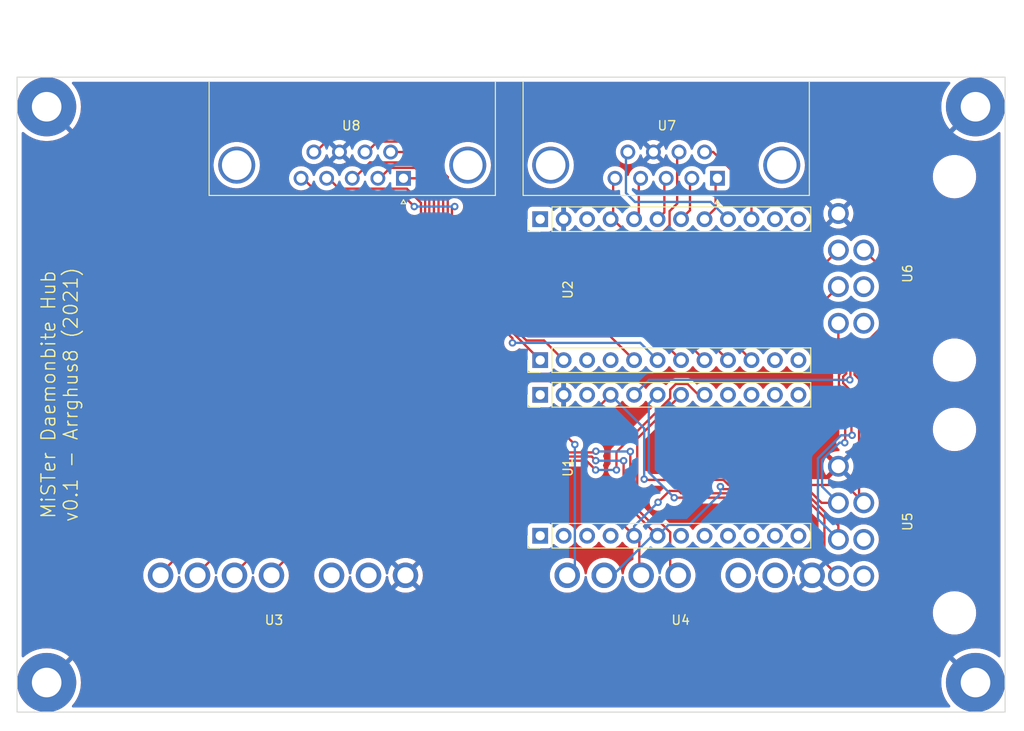
<source format=kicad_pcb>
(kicad_pcb (version 20210228) (generator pcbnew)
  (layers (0 "F.Cu" signal) (31 "B.Cu" signal) (34 "B.Paste" user) (35 "F.Paste" user) (36 "B.SilkS" user "B.Silkscreen") (37 "F.SilkS" user "F.Silkscreen") (38 "B.Mask" user) (39 "F.Mask" user) (44 "Edge.Cuts" user))
  (net 0 "")
  (net 17 "Net-(U2-Pad6)")
  (net 18 "Net-(U2-Pad5)")
  (net 25 "/SNES_D1")
  (net 26 "/SNES_D2")
  (net 27 "/NES_D1")
  (net 28 "/NES_D2")
  (net 29 "/(S)NES_VCC")
  (net 30 "/(S)NES_CLOCK")
  (net 31 "/(S)NES_LATCH")
  (net 36 "Net-(U2-Pad17)")
  (net 37 "Net-(U2-Pad20)")
  (net 38 "Net-(U2-Pad19)")
  (net 39 "Net-(U2-Pad15)")
  (net 41 "Net-(U2-Pad21)")
  (net 43 "Net-(U2-Pad18)")
  (net 44 "Net-(U2-Pad16)")
  (net 47 "Net-(U2-Pad10)")
  (net 48 "Net-(U2-Pad9)")
  (net 49 "Net-(U2-Pad8)")
  (net 50 "Net-(U2-Pad7)")
  (net 53 "Net-(U2-Pad2)")
  (net 54 "Net-(U2-Pad1)")
  (net 55 "GND")
  (footprint "daemonbite:SNES_port" (layer "F.Cu") (at 95.925 133.9)
    (fp_text reference "U3" (at 12.275 4.85) (layer "F.SilkS"))
    (fp_text value "SNES_port")
    (pad "1" thru_hole circle (at 0 0) (size 2.75 2.75) (drill 1.75) (layers *.Cu *.Mask) (net 29 "/(S)NES_VCC"))
    (pad "2" thru_hole circle (at 4 0) (size 2.75 2.75) (drill 1.75) (layers *.Cu *.Mask) (net 30 "/(S)NES_CLOCK"))
    (pad "3" thru_hole circle (at 8 0) (size 2.75 2.75) (drill 1.75) (layers *.Cu *.Mask) (net 31 "/(S)NES_LATCH"))
    (pad "4" thru_hole circle (at 12 0) (size 2.75 2.75) (drill 1.75) (layers *.Cu *.Mask) (net 25 "/SNES_D1"))
    (pad "5" thru_hole circle (at 18.5 0) (size 2.75 2.75) (drill 1.75) (layers *.Cu *.Mask))
    (pad "6" thru_hole circle (at 22.5 0) (size 2.75 2.75) (drill 1.75) (layers *.Cu *.Mask))
    (pad "7" thru_hole circle (at 26.5 0) (size 2.75 2.75) (drill 1.75) (layers *.Cu *.Mask) (net 55 "GND"))
  )
  (footprint "daemonbite:NES_port" (layer "F.Cu") (at 169.26 94.75 -90)
    (fp_text reference "U6" (at 6.5 -7.49 90) (layer "F.SilkS"))
    (fp_text value "NES_port")
    (pad "" np_thru_hole circle (at 15.865 -12.565 270) (size 3.683 3.683) (drill 3.683) (layers *.Cu *.Mask))
    (pad "" np_thru_hole circle (at -3.985 -12.565 270) (size 3.683 3.683) (drill 3.683) (layers *.Cu *.Mask))
    (pad "1" thru_hole circle (at 3.96 -2.75 270) (size 2.25 2.25) (drill 1.5) (layers *.Cu *.Mask) (net 29 "/(S)NES_VCC"))
    (pad "2" thru_hole circle (at 3.96 0 270) (size 2.25 2.25) (drill 1.5) (layers *.Cu *.Mask) (net 30 "/(S)NES_CLOCK"))
    (pad "3" thru_hole circle (at 7.92 0 270) (size 2.25 2.25) (drill 1.5) (layers *.Cu *.Mask) (net 31 "/(S)NES_LATCH"))
    (pad "4" thru_hole circle (at 11.88 0 270) (size 2.25 2.25) (drill 1.5) (layers *.Cu *.Mask) (net 28 "/NES_D2"))
    (pad "5" thru_hole circle (at 11.88 -2.75 270) (size 2.25 2.25) (drill 1.5) (layers *.Cu *.Mask))
    (pad "6" thru_hole circle (at 7.92 -2.75 270) (size 2.25 2.25) (drill 1.5) (layers *.Cu *.Mask))
    (pad "7" thru_hole circle (at 0 0 270) (size 2.25 2.25) (drill 1.5) (layers *.Cu *.Mask) (net 55 "GND"))
  )
  (footprint "daemonbite:NES_port" (layer "F.Cu") (at 169.26 122.1 -90)
    (fp_text reference "U5" (at 6 -7.49 90) (layer "F.SilkS"))
    (fp_text value "NES_port")
    (pad "" np_thru_hole circle (at -3.985 -12.565 270) (size 3.683 3.683) (drill 3.683) (layers *.Cu *.Mask))
    (pad "" np_thru_hole circle (at 15.865 -12.565 270) (size 3.683 3.683) (drill 3.683) (layers *.Cu *.Mask))
    (pad "1" thru_hole circle (at 3.96 -2.75 270) (size 2.25 2.25) (drill 1.5) (layers *.Cu *.Mask) (net 29 "/(S)NES_VCC"))
    (pad "2" thru_hole circle (at 3.96 0 270) (size 2.25 2.25) (drill 1.5) (layers *.Cu *.Mask) (net 30 "/(S)NES_CLOCK"))
    (pad "3" thru_hole circle (at 7.92 0 270) (size 2.25 2.25) (drill 1.5) (layers *.Cu *.Mask) (net 31 "/(S)NES_LATCH"))
    (pad "4" thru_hole circle (at 11.88 0 270) (size 2.25 2.25) (drill 1.5) (layers *.Cu *.Mask) (net 27 "/NES_D1"))
    (pad "5" thru_hole circle (at 11.88 -2.75 270) (size 2.25 2.25) (drill 1.5) (layers *.Cu *.Mask))
    (pad "6" thru_hole circle (at 7.92 -2.75 270) (size 2.25 2.25) (drill 1.5) (layers *.Cu *.Mask))
    (pad "7" thru_hole circle (at 0 0 270) (size 2.25 2.25) (drill 1.5) (layers *.Cu *.Mask) (net 55 "GND"))
  )
  (footprint "daemonbite:ATmega32U4" (layer "F.Cu") (at 137 122 90)
    (fp_text reference "U1" (at -0.25 3 90) (layer "F.SilkS"))
    (fp_text value "ATmega32u4")
    (fp_line (start 6.3 1.27) (end 6.3 29.27) (layer "F.SilkS") (width 0.12))
    (fp_line (start -8.95 1.27) (end -8.95 29.27) (layer "F.SilkS") (width 0.12))
    (fp_line (start 8.96 1.27) (end 8.96 29.27) (layer "F.SilkS") (width 0.12))
    (fp_line (start -8.95 1.27) (end -6.29 1.27) (layer "F.SilkS") (width 0.12))
    (fp_line (start -6.29 1.27) (end -6.29 29.27) (layer "F.SilkS") (width 0.12))
    (fp_line (start -8.95 29.27) (end -6.29 29.27) (layer "F.SilkS") (width 0.12))
    (fp_line (start 6.3 1.27) (end 8.96 1.27) (layer "F.SilkS") (width 0.12))
    (fp_line (start 6.3 0) (end 6.3 -1.33) (layer "F.SilkS") (width 0.12))
    (fp_line (start -8.95 0) (end -8.95 -1.33) (layer "F.SilkS") (width 0.12))
    (fp_line (start 6.3 -1.33) (end 7.63 -1.33) (layer "F.SilkS") (width 0.12))
    (fp_line (start -8.95 -1.33) (end -7.62 -1.33) (layer "F.SilkS") (width 0.12))
    (fp_line (start 6.3 29.27) (end 8.96 29.27) (layer "F.SilkS") (width 0.12))
    (pad "1" thru_hole rect (at -7.62 0 90) (size 1.7 1.7) (drill 1) (layers *.Cu *.Mask))
    (pad "2" thru_hole oval (at -7.62 2.54 90) (size 1.7 1.7) (drill 1) (layers *.Cu *.Mask))
    (pad "3" thru_hole oval (at -7.62 5.08 90) (size 1.7 1.7) (drill 1) (layers *.Cu *.Mask))
    (pad "4" thru_hole oval (at -7.62 7.62 90) (size 1.7 1.7) (drill 1) (layers *.Cu *.Mask))
    (pad "5" thru_hole oval (at -7.62 10.16 90) (size 1.7 1.7) (drill 1) (layers *.Cu *.Mask) (net 31 "/(S)NES_LATCH"))
    (pad "6" thru_hole oval (at -7.62 12.7 90) (size 1.7 1.7) (drill 1) (layers *.Cu *.Mask) (net 30 "/(S)NES_CLOCK"))
    (pad "7" thru_hole oval (at -7.62 15.24 90) (size 1.7 1.7) (drill 1) (layers *.Cu *.Mask))
    (pad "8" thru_hole oval (at -7.62 17.78 90) (size 1.7 1.7) (drill 1) (layers *.Cu *.Mask))
    (pad "9" thru_hole oval (at -7.62 20.32 90) (size 1.7 1.7) (drill 1) (layers *.Cu *.Mask))
    (pad "10" thru_hole oval (at -7.62 22.86 90) (size 1.7 1.7) (drill 1) (layers *.Cu *.Mask))
    (pad "11" thru_hole oval (at -7.62 25.4 90) (size 1.7 1.7) (drill 1) (layers *.Cu *.Mask))
    (pad "12" thru_hole oval (at -7.62 27.94 90) (size 1.7 1.7) (drill 1) (layers *.Cu *.Mask))
    (pad "13" thru_hole oval (at 7.63 27.94 90) (size 1.7 1.7) (drill 1) (layers *.Cu *.Mask))
    (pad "14" thru_hole oval (at 7.63 25.4 90) (size 1.7 1.7) (drill 1) (layers *.Cu *.Mask))
    (pad "15" thru_hole oval (at 7.63 22.86 90) (size 1.7 1.7) (drill 1) (layers *.Cu *.Mask))
    (pad "16" thru_hole oval (at 7.63 20.32 90) (size 1.7 1.7) (drill 1) (layers *.Cu *.Mask))
    (pad "17" thru_hole oval (at 7.63 17.78 90) (size 1.7 1.7) (drill 1) (layers *.Cu *.Mask) (net 25 "/SNES_D1"))
    (pad "18" thru_hole oval (at 7.63 15.24 90) (size 1.7 1.7) (drill 1) (layers *.Cu *.Mask) (net 26 "/SNES_D2"))
    (pad "19" thru_hole oval (at 7.63 12.7 90) (size 1.7 1.7) (drill 1) (layers *.Cu *.Mask) (net 27 "/NES_D1"))
    (pad "20" thru_hole oval (at 7.63 10.16 90) (size 1.7 1.7) (drill 1) (layers *.Cu *.Mask) (net 28 "/NES_D2"))
    (pad "21" thru_hole oval (at 7.63 7.62 90) (size 1.7 1.7) (drill 1) (layers *.Cu *.Mask) (net 29 "/(S)NES_VCC"))
    (pad "22" thru_hole oval (at 7.63 5.08 90) (size 1.7 1.7) (drill 1) (layers *.Cu *.Mask))
    (pad "23" thru_hole oval (at 7.63 2.54 90) (size 1.7 1.7) (drill 1) (layers *.Cu *.Mask) (net 55 "GND"))
    (pad "24" thru_hole rect (at 7.63 0 90) (size 1.7 1.7) (drill 1) (layers *.Cu *.Mask))
  )
  (footprint "daemonbite:ATmega32U4" (layer "F.Cu") (at 137 103 90)
    (fp_text reference "U2" (at 0 3 90) (layer "F.SilkS"))
    (fp_text value "ATmega32u4")
    (fp_line (start -8.95 1.27) (end -8.95 29.27) (layer "F.SilkS") (width 0.12))
    (fp_line (start -8.95 1.27) (end -6.29 1.27) (layer "F.SilkS") (width 0.12))
    (fp_line (start -8.95 29.27) (end -6.29 29.27) (layer "F.SilkS") (width 0.12))
    (fp_line (start 6.3 0) (end 6.3 -1.33) (layer "F.SilkS") (width 0.12))
    (fp_line (start -6.29 1.27) (end -6.29 29.27) (layer "F.SilkS") (width 0.12))
    (fp_line (start 6.3 -1.33) (end 7.63 -1.33) (layer "F.SilkS") (width 0.12))
    (fp_line (start 6.3 1.27) (end 6.3 29.27) (layer "F.SilkS") (width 0.12))
    (fp_line (start 8.96 1.27) (end 8.96 29.27) (layer "F.SilkS") (width 0.12))
    (fp_line (start 6.3 1.27) (end 8.96 1.27) (layer "F.SilkS") (width 0.12))
    (fp_line (start -8.95 0) (end -8.95 -1.33) (layer "F.SilkS") (width 0.12))
    (fp_line (start -8.95 -1.33) (end -7.62 -1.33) (layer "F.SilkS") (width 0.12))
    (fp_line (start 6.3 29.27) (end 8.96 29.27) (layer "F.SilkS") (width 0.12))
    (pad "1" thru_hole rect (at -7.62 0 90) (size 1.7 1.7) (drill 1) (layers *.Cu *.Mask) (net 54 "Net-(U2-Pad1)"))
    (pad "2" thru_hole oval (at -7.62 2.54 90) (size 1.7 1.7) (drill 1) (layers *.Cu *.Mask) (net 53 "Net-(U2-Pad2)"))
    (pad "3" thru_hole oval (at -7.62 5.08 90) (size 1.7 1.7) (drill 1) (layers *.Cu *.Mask))
    (pad "4" thru_hole oval (at -7.62 7.62 90) (size 1.7 1.7) (drill 1) (layers *.Cu *.Mask))
    (pad "5" thru_hole oval (at -7.62 10.16 90) (size 1.7 1.7) (drill 1) (layers *.Cu *.Mask) (net 18 "Net-(U2-Pad5)"))
    (pad "6" thru_hole oval (at -7.62 12.7 90) (size 1.7 1.7) (drill 1) (layers *.Cu *.Mask) (net 17 "Net-(U2-Pad6)"))
    (pad "7" thru_hole oval (at -7.62 15.24 90) (size 1.7 1.7) (drill 1) (layers *.Cu *.Mask) (net 50 "Net-(U2-Pad7)"))
    (pad "8" thru_hole oval (at -7.62 17.78 90) (size 1.7 1.7) (drill 1) (layers *.Cu *.Mask) (net 49 "Net-(U2-Pad8)"))
    (pad "9" thru_hole oval (at -7.62 20.32 90) (size 1.7 1.7) (drill 1) (layers *.Cu *.Mask) (net 48 "Net-(U2-Pad9)"))
    (pad "10" thru_hole oval (at -7.62 22.86 90) (size 1.7 1.7) (drill 1) (layers *.Cu *.Mask) (net 47 "Net-(U2-Pad10)"))
    (pad "11" thru_hole oval (at -7.62 25.4 90) (size 1.7 1.7) (drill 1) (layers *.Cu *.Mask))
    (pad "12" thru_hole oval (at -7.62 27.94 90) (size 1.7 1.7) (drill 1) (layers *.Cu *.Mask))
    (pad "13" thru_hole oval (at 7.63 27.94 90) (size 1.7 1.7) (drill 1) (layers *.Cu *.Mask))
    (pad "14" thru_hole oval (at 7.63 25.4 90) (size 1.7 1.7) (drill 1) (layers *.Cu *.Mask))
    (pad "15" thru_hole oval (at 7.63 22.86 90) (size 1.7 1.7) (drill 1) (layers *.Cu *.Mask) (net 39 "Net-(U2-Pad15)"))
    (pad "16" thru_hole oval (at 7.63 20.32 90) (size 1.7 1.7) (drill 1) (layers *.Cu *.Mask) (net 44 "Net-(U2-Pad16)"))
    (pad "17" thru_hole oval (at 7.63 17.78 90) (size 1.7 1.7) (drill 1) (layers *.Cu *.Mask) (net 36 "Net-(U2-Pad17)"))
    (pad "18" thru_hole oval (at 7.63 15.24 90) (size 1.7 1.7) (drill 1) (layers *.Cu *.Mask) (net 43 "Net-(U2-Pad18)"))
    (pad "19" thru_hole oval (at 7.63 12.7 90) (size 1.7 1.7) (drill 1) (layers *.Cu *.Mask) (net 38 "Net-(U2-Pad19)"))
    (pad "20" thru_hole oval (at 7.63 10.16 90) (size 1.7 1.7) (drill 1) (layers *.Cu *.Mask) (net 37 "Net-(U2-Pad20)"))
    (pad "21" thru_hole oval (at 7.63 7.62 90) (size 1.7 1.7) (drill 1) (layers *.Cu *.Mask) (net 41 "Net-(U2-Pad21)"))
    (pad "22" thru_hole oval (at 7.63 5.08 90) (size 1.7 1.7) (drill 1) (layers *.Cu *.Mask))
    (pad "23" thru_hole oval (at 7.63 2.54 90) (size 1.7 1.7) (drill 1) (layers *.Cu *.Mask) (net 55 "GND"))
    (pad "24" thru_hole rect (at 7.63 0 90) (size 1.7 1.7) (drill 1) (layers *.Cu *.Mask))
  )
  (footprint "daemonbite:DSUB-9_Male_Horizontal_P2.77x2.84mm_EdgePinOffset7.70mm_Housed_MountingHolesOffset9.12mm" (layer "F.Cu") (at 122.205 90.94 180)
    (fp_text reference "U8" (at 5.655 5.69) (layer "F.SilkS"))
    (fp_text value "MD_port")
    (fp_line (start -9.945 10.48) (end -9.945 -1.86) (layer "F.SilkS") (width 0.12))
    (fp_line (start 0 -2.321325) (end -0.25 -2.754338) (layer "F.SilkS") (width 0.12))
    (fp_line (start -0.25 -2.754338) (end 0.25 -2.754338) (layer "F.SilkS") (width 0.12))
    (fp_line (start 0.25 -2.754338) (end 0 -2.321325) (layer "F.SilkS") (width 0.12))
    (fp_line (start 21.025 -1.86) (end 21.025 10.48) (layer "F.SilkS") (width 0.12))
    (fp_line (start -9.945 -1.86) (end 21.025 -1.86) (layer "F.SilkS") (width 0.12))
    (pad "0" thru_hole circle (at -6.96 1.42 180) (size 4 4) (drill 3.2) (layers *.Cu *.Mask))
    (pad "0" thru_hole circle (at 18.04 1.42 180) (size 4 4) (drill 3.2) (layers *.Cu *.Mask))
    (pad "1" thru_hole rect (at 0 0 180) (size 1.6 1.6) (drill 1) (layers *.Cu *.Mask) (net 54 "Net-(U2-Pad1)"))
    (pad "2" thru_hole circle (at 2.77 0 180) (size 1.6 1.6) (drill 1) (layers *.Cu *.Mask) (net 53 "Net-(U2-Pad2)"))
    (pad "3" thru_hole circle (at 5.54 0 180) (size 1.6 1.6) (drill 1) (layers *.Cu *.Mask) (net 18 "Net-(U2-Pad5)"))
    (pad "4" thru_hole circle (at 8.31 0 180) (size 1.6 1.6) (drill 1) (layers *.Cu *.Mask) (net 17 "Net-(U2-Pad6)"))
    (pad "5" thru_hole circle (at 11.08 0 180) (size 1.6 1.6) (drill 1) (layers *.Cu *.Mask) (net 41 "Net-(U2-Pad21)"))
    (pad "6" thru_hole circle (at 1.385 2.84 180) (size 1.6 1.6) (drill 1) (layers *.Cu *.Mask) (net 50 "Net-(U2-Pad7)"))
    (pad "7" thru_hole circle (at 4.155 2.84 180) (size 1.6 1.6) (drill 1) (layers *.Cu *.Mask) (net 49 "Net-(U2-Pad8)"))
    (pad "8" thru_hole circle (at 6.925 2.84 180) (size 1.6 1.6) (drill 1) (layers *.Cu *.Mask) (net 55 "GND"))
    (pad "9" thru_hole circle (at 9.695 2.84 180) (size 1.6 1.6) (drill 1) (layers *.Cu *.Mask) (net 48 "Net-(U2-Pad9)"))
  )
  (footprint "daemonbite:DSUB-9_Male_Horizontal_P2.77x2.84mm_EdgePinOffset7.70mm_Housed_MountingHolesOffset9.12mm" (layer "F.Cu") (at 156.175 90.94 180)
    (fp_text reference "U7" (at 5.475 5.69) (layer "F.SilkS"))
    (fp_text value "MD_port")
    (fp_line (start 0 -2.321325) (end -0.25 -2.754338) (layer "F.SilkS") (width 0.12))
    (fp_line (start -9.945 10.48) (end -9.945 -1.86) (layer "F.SilkS") (width 0.12))
    (fp_line (start 0.25 -2.754338) (end 0 -2.321325) (layer "F.SilkS") (width 0.12))
    (fp_line (start 21.025 -1.86) (end 21.025 10.48) (layer "F.SilkS") (width 0.12))
    (fp_line (start -9.945 -1.86) (end 21.025 -1.86) (layer "F.SilkS") (width 0.12))
    (fp_line (start -0.25 -2.754338) (end 0.25 -2.754338) (layer "F.SilkS") (width 0.12))
    (pad "0" thru_hole circle (at -6.96 1.42 180) (size 4 4) (drill 3.2) (layers *.Cu *.Mask))
    (pad "0" thru_hole circle (at 18.04 1.42 180) (size 4 4) (drill 3.2) (layers *.Cu *.Mask))
    (pad "1" thru_hole rect (at 0 0 180) (size 1.6 1.6) (drill 1) (layers *.Cu *.Mask) (net 36 "Net-(U2-Pad17)"))
    (pad "2" thru_hole circle (at 2.77 0 180) (size 1.6 1.6) (drill 1) (layers *.Cu *.Mask) (net 43 "Net-(U2-Pad18)"))
    (pad "3" thru_hole circle (at 5.54 0 180) (size 1.6 1.6) (drill 1) (layers *.Cu *.Mask) (net 38 "Net-(U2-Pad19)"))
    (pad "4" thru_hole circle (at 8.31 0 180) (size 1.6 1.6) (drill 1) (layers *.Cu *.Mask) (net 37 "Net-(U2-Pad20)"))
    (pad "5" thru_hole circle (at 11.08 0 180) (size 1.6 1.6) (drill 1) (layers *.Cu *.Mask) (net 41 "Net-(U2-Pad21)"))
    (pad "6" thru_hole circle (at 1.385 2.84 180) (size 1.6 1.6) (drill 1) (layers *.Cu *.Mask) (net 39 "Net-(U2-Pad15)"))
    (pad "7" thru_hole circle (at 4.155 2.84 180) (size 1.6 1.6) (drill 1) (layers *.Cu *.Mask) (net 47 "Net-(U2-Pad10)"))
    (pad "8" thru_hole circle (at 6.925 2.84 180) (size 1.6 1.6) (drill 1) (layers *.Cu *.Mask) (net 55 "GND"))
    (pad "9" thru_hole circle (at 9.695 2.84 180) (size 1.6 1.6) (drill 1) (layers *.Cu *.Mask) (net 44 "Net-(U2-Pad16)"))
  )
  (footprint "MountingHole:MountingHole_3.2mm_M3_Pad" (layer "F.Cu") (at 184.1 145.5)
    (fp_text reference "J1" hide)
    (fp_text value "Conn_01x01")
    (pad "1" thru_hole circle (at 0 0) (size 6.4 6.4) (drill 3.2) (layers *.Cu *.Mask) (net 55 "GND"))
  )
  (footprint "MountingHole:MountingHole_3.2mm_M3_Pad" (layer "F.Cu") (at 83.6 145.5)
    (fp_text reference "J2" hide)
    (fp_text value "Conn_01x01")
    (pad "1" thru_hole circle (at 0 0) (size 6.4 6.4) (drill 3.2) (layers *.Cu *.Mask) (net 55 "GND"))
  )
  (footprint "MountingHole:MountingHole_3.2mm_M3_Pad" (layer "F.Cu") (at 184.1 83.2)
    (fp_text reference "J3" hide)
    (fp_text value "Conn_01x01")
    (pad "1" thru_hole circle (at 0 0) (size 6.4 6.4) (drill 3.2) (layers *.Cu *.Mask) (net 55 "GND"))
  )
  (footprint "MountingHole:MountingHole_3.2mm_M3_Pad" (layer "F.Cu") (at 83.6 83.2 -90)
    (fp_text reference "J4" hide)
    (fp_text value "Conn_01x01")
    (pad "1" thru_hole circle (at 0 0 270) (size 6.4 6.4) (drill 3.2) (layers *.Cu *.Mask) (net 55 "GND"))
  )
  (footprint "daemonbite:SNES_port" (layer "F.Cu") (at 139.925 133.9)
    (fp_text reference "U4" (at 12.275 4.85) (layer "F.SilkS"))
    (fp_text value "SNES_port")
    (pad "1" thru_hole circle (at 0 0) (size 2.75 2.75) (drill 1.75) (layers *.Cu *.Mask) (net 29 "/(S)NES_VCC"))
    (pad "2" thru_hole circle (at 4 0) (size 2.75 2.75) (drill 1.75) (layers *.Cu *.Mask) (net 30 "/(S)NES_CLOCK"))
    (pad "3" thru_hole circle (at 8 0) (size 2.75 2.75) (drill 1.75) (layers *.Cu *.Mask) (net 31 "/(S)NES_LATCH"))
    (pad "4" thru_hole circle (at 12 0) (size 2.75 2.75) (drill 1.75) (layers *.Cu *.Mask) (net 26 "/SNES_D2"))
    (pad "5" thru_hole circle (at 18.5 0) (size 2.75 2.75) (drill 1.75) (layers *.Cu *.Mask))
    (pad "6" thru_hole circle (at 22.5 0) (size 2.75 2.75) (drill 1.75) (layers *.Cu *.Mask))
    (pad "7" thru_hole circle (at 26.5 0) (size 2.75 2.75) (drill 1.75) (layers *.Cu *.Mask) (net 55 "GND"))
  )
  (gr_line (start 187.3 148.7) (end 187.3 80) (layer "Edge.Cuts") (width 0.1))
  (gr_line (start 80.4 148.7) (end 187.3 148.7) (layer "Edge.Cuts") (width 0.1))
  (gr_line (start 187.3 80) (end 80.4 80) (layer "Edge.Cuts") (width 0.1))
  (gr_line (start 80.4 148.7) (end 80.4 80) (layer "Edge.Cuts") (width 0.1))
  (gr_text "MiSTer Daemonbite Hub\nv0.1 - Arrghus8 (2021)" (at 85 114.35 90) (layer "F.SilkS") (effects (font (size 1.5 1.5))))
  (segment (start 122.565001 92.065001) (end 124.09998 93.59998) (width 0.25) (layer "F.Cu") (net 17))
  (segment (start 134 108.25641) (end 134 108.75) (width 0.25) (layer "F.Cu") (net 17))
  (segment (start 124.099981 98.356391) (end 134 108.25641) (width 0.25) (layer "F.Cu") (net 17))
  (segment (start 124.09998 93.59998) (end 124.099981 98.356391) (width 0.25) (layer "F.Cu") (net 17))
  (segment (start 114.095 90.94) (end 115.220001 92.065001) (width 0.25) (layer "F.Cu") (net 17))
  (segment (start 115.220001 92.065001) (end 122.565001 92.065001) (width 0.25) (layer "F.Cu") (net 17))
  (via (at 134 108.75) (size 0.8) (drill 0.4) (layers "F.Cu" "B.Cu") (net 17))
  (segment (start 147.83 108.75) (end 149.7 110.62) (width 0.25) (layer "B.Cu") (net 17))
  (segment (start 134 108.75) (end 147.83 108.75) (width 0.25) (layer "B.Cu") (net 17))
  (segment (start 118.579999 89.225001) (end 123.511413 89.225001) (width 0.25) (layer "F.Cu") (net 18))
  (segment (start 116.865 90.94) (end 118.579999 89.225001) (width 0.25) (layer "F.Cu") (net 18))
  (segment (start 123.511413 89.225001) (end 125.5 91.213588) (width 0.25) (layer "F.Cu") (net 18))
  (segment (start 125.5 91.213588) (end 125.5 97.84718) (width 0.25) (layer "F.Cu") (net 18))
  (segment (start 135.694605 108.041785) (end 144.581785 108.041785) (width 0.25) (layer "F.Cu") (net 18))
  (segment (start 125.5 97.84718) (end 135.694605 108.041785) (width 0.25) (layer "F.Cu") (net 18))
  (segment (start 144.581785 108.041785) (end 147.16 110.62) (width 0.25) (layer "F.Cu") (net 18))
  (segment (start 123.72718 121.5) (end 142 121.5) (width 0.25) (layer "F.Cu") (net 25))
  (segment (start 109.375 132.25) (end 112.97718 132.25) (width 0.25) (layer "F.Cu") (net 25))
  (segment (start 107.725 133.9) (end 109.375 132.25) (width 0.25) (layer "F.Cu") (net 25))
  (segment (start 151.064999 114.744003) (end 151.064999 113.805999) (width 0.25) (layer "F.Cu") (net 25))
  (segment (start 151.675999 113.194999) (end 152.944999 113.194999) (width 0.25) (layer "F.Cu") (net 25))
  (segment (start 151.064999 113.805999) (end 151.675999 113.194999) (width 0.25) (layer "F.Cu") (net 25))
  (segment (start 152.944999 113.194999) (end 154.12 114.37) (width 0.25) (layer "F.Cu") (net 25))
  (segment (start 154.12 114.37) (end 154.78 114.37) (width 0.25) (layer "F.Cu") (net 25))
  (segment (start 142 121.5) (end 143 122.5) (width 0.25) (layer "F.Cu") (net 25))
  (segment (start 112.97718 132.25) (end 123.72718 121.5) (width 0.25) (layer "F.Cu") (net 25))
  (segment (start 145.25 122.5) (end 145.25 120.559002) (width 0.25) (layer "F.Cu") (net 25))
  (segment (start 145.25 120.559002) (end 151.064999 114.744003) (width 0.25) (layer "F.Cu") (net 25))
  (via (at 145.25 122.5) (size 0.8) (drill 0.4) (layers "F.Cu" "B.Cu") (net 25))
  (via (at 143 122.5) (size 0.8) (drill 0.4) (layers "F.Cu" "B.Cu") (net 25))
  (segment (start 145.25 122.5) (end 143 122.5) (width 0.25) (layer "B.Cu") (net 25))
  (segment (start 151.064999 129.245997) (end 150.069002 128.25) (width 0.25) (layer "F.Cu") (net 26))
  (segment (start 147.5 126.75) (end 147.5 119.11) (width 0.25) (layer "F.Cu") (net 26))
  (segment (start 147.5 119.11) (end 152.24 114.37) (width 0.25) (layer "F.Cu") (net 26))
  (segment (start 151.064999 133.239999) (end 151.064999 129.245997) (width 0.25) (layer "F.Cu") (net 26))
  (segment (start 151.725 133.9) (end 151.064999 133.239999) (width 0.25) (layer "F.Cu") (net 26))
  (segment (start 149 128.25) (end 147.5 126.75) (width 0.25) (layer "F.Cu") (net 26))
  (segment (start 150.069002 128.25) (end 149 128.25) (width 0.25) (layer "F.Cu") (net 26))
  (segment (start 169.26 133.98) (end 167.75 132.47) (width 0.25) (layer "F.Cu") (net 27))
  (segment (start 167.75 127.63641) (end 165.61359 125.5) (width 0.25) (layer "F.Cu") (net 27))
  (segment (start 165.61359 125.5) (end 151.5 125.5) (width 0.25) (layer "F.Cu") (net 27))
  (segment (start 167.75 132.47) (end 167.75 127.63641) (width 0.25) (layer "F.Cu") (net 27))
  (via (at 151.5 125.5) (size 0.8) (drill 0.4) (layers "F.Cu" "B.Cu") (net 27))
  (segment (start 149.7 114.37) (end 148.75 115.32) (width 0.25) (layer "B.Cu") (net 27))
  (segment (start 148.75 115.32) (end 148.75 122.75) (width 0.25) (layer "B.Cu") (net 27))
  (segment (start 148.75 122.75) (end 151.5 125.5) (width 0.25) (layer "B.Cu") (net 27))
  (segment (start 170.563599 109.563599) (end 170.563599 112.686401) (width 0.25) (layer "F.Cu") (net 28))
  (segment (start 169.26 106.63) (end 169.26 108.26) (width 0.25) (layer "F.Cu") (net 28))
  (segment (start 170.563599 112.686401) (end 170.5 112.75) (width 0.25) (layer "F.Cu") (net 28))
  (segment (start 170.25 109.25) (end 170.563599 109.563599) (width 0.25) (layer "F.Cu") (net 28))
  (segment (start 169.26 108.26) (end 170.25 109.25) (width 0.25) (layer "F.Cu") (net 28))
  (via (at 170.5 112.75) (size 0.8) (drill 0.4) (layers "F.Cu" "B.Cu") (net 28))
  (segment (start 170.5 112.75) (end 148.78 112.75) (width 0.25) (layer "B.Cu") (net 28))
  (segment (start 148.78 112.75) (end 147.16 114.37) (width 0.25) (layer "B.Cu") (net 28))
  (segment (start 174 100.7) (end 174 106.971002) (width 0.25) (layer "F.Cu") (net 29))
  (segment (start 171.5 112.676998) (end 171.5 125.55) (width 0.25) (layer "F.Cu") (net 29))
  (segment (start 138.99 120) (end 143.255001 115.734999) (width 0.25) (layer "F.Cu") (net 29))
  (segment (start 139.995 118.995) (end 138.99 120) (width 0.25) (layer "F.Cu") (net 29))
  (segment (start 143.255001 115.734999) (end 144.62 114.37) (width 0.25) (layer "F.Cu") (net 29))
  (segment (start 172.01 98.71) (end 174 100.7) (width 0.25) (layer "F.Cu") (net 29))
  (segment (start 171.013609 112.190607) (end 171.5 112.676998) (width 0.25) (layer "F.Cu") (net 29))
  (segment (start 123.25 120) (end 138.99 120) (width 0.25) (layer "F.Cu") (net 29))
  (segment (start 174 106.971002) (end 171.013609 109.957393) (width 0.25) (layer "F.Cu") (net 29))
  (segment (start 95.725 133.9) (end 98.875 130.75) (width 0.25) (layer "F.Cu") (net 29))
  (segment (start 148.324998 123.574998) (end 148.25 123.5) (width 0.25) (layer "F.Cu") (net 29))
  (segment (start 171.5 125.55) (end 172.01 126.06) (width 0.25) (layer "F.Cu") (net 29))
  (segment (start 156.824998 123.574998) (end 148.324998 123.574998) (width 0.25) (layer "F.Cu") (net 29))
  (segment (start 171.013609 109.957393) (end 171.013609 112.190607) (width 0.25) (layer "F.Cu") (net 29))
  (segment (start 170.074979 124.124979) (end 157.374979 124.124979) (width 0.25) (layer "F.Cu") (net 29))
  (segment (start 157.374979 124.124979) (end 156.824998 123.574998) (width 0.25) (layer "F.Cu") (net 29))
  (segment (start 140.75 119.75) (end 139.995 118.995) (width 0.25) (layer "F.Cu") (net 29))
  (segment (start 98.875 130.75) (end 112.5 130.75) (width 0.25) (layer "F.Cu") (net 29))
  (segment (start 172.01 126.06) (end 170.074979 124.124979) (width 0.25) (layer "F.Cu") (net 29))
  (segment (start 112.5 130.75) (end 123.25 120) (width 0.25) (layer "F.Cu") (net 29))
  (via (at 140.75 119.75) (size 0.8) (drill 0.4) (layers "F.Cu" "B.Cu") (net 29))
  (via (at 148.25 123.5) (size 0.8) (drill 0.4) (layers "F.Cu" "B.Cu") (net 29))
  (segment (start 148.25 123.5) (end 148.25 118) (width 0.25) (layer "B.Cu") (net 29))
  (segment (start 148.25 118) (end 144.62 114.37) (width 0.25) (layer "B.Cu") (net 29))
  (segment (start 139.725 133.9) (end 140.75 132.875) (width 0.25) (layer "B.Cu") (net 29))
  (segment (start 140.75 132.875) (end 140.75 119.75) (width 0.25) (layer "B.Cu") (net 29))
  (segment (start 142.899389 120.599978) (end 143.024839 120.474528) (width 0.25) (layer "F.Cu") (net 30))
  (segment (start 167 107.5) (end 169.66358 110.16358) (width 0.25) (layer "F.Cu") (net 30))
  (segment (start 156.77499 124.574989) (end 156.5 124.299999) (width 0.25) (layer "F.Cu") (net 30))
  (segment (start 170 114) (end 170 119.503313) (width 0.25) (layer "F.Cu") (net 30))
  (segment (start 169.66358 111.877008) (end 169.324989 112.215599) (width 0.25) (layer "F.Cu") (net 30))
  (segment (start 165.961399 124.574989) (end 156.77499 124.574989) (width 0.25) (layer "F.Cu") (net 30))
  (segment (start 169.324989 113.324989) (end 170 114) (width 0.25) (layer "F.Cu") (net 30))
  (segment (start 146.75 120.5) (end 146.75 126.67) (width 0.25) (layer "F.Cu") (net 30))
  (segment (start 169.324989 112.215599) (end 169.324989 113.324989) (width 0.25) (layer "F.Cu") (net 30))
  (segment (start 169.66358 110.16358) (end 169.66358 111.877008) (width 0.25) (layer "F.Cu") (net 30))
  (segment (start 166.318205 124.931795) (end 165.961399 124.574989) (width 0.25) (layer "F.Cu") (net 30))
  (segment (start 167 100.97) (end 167 107.5) (width 0.25) (layer "F.Cu") (net 30))
  (segment (start 169.26 126.06) (end 167.44641 126.06) (width 0.25) (layer "F.Cu") (net 30))
  (segment (start 167.44641 126.06) (end 166.318205 124.931795) (width 0.25) (layer "F.Cu") (net 30))
  (segment (start 146.75 126.67) (end 149.7 129.62) (width 0.25) (layer "F.Cu") (net 30))
  (segment (start 102.375 131.25) (end 112.704358 131.25) (width 0.25) (layer "F.Cu") (net 30))
  (segment (start 99.725 133.9) (end 102.375 131.25) (width 0.25) (layer "F.Cu") (net 30))
  (segment (start 169.26 98.71) (end 167 100.97) (width 0.25) (layer "F.Cu") (net 30))
  (segment (start 170 119.503313) (end 169.951998 119.551315) (width 0.25) (layer "F.Cu") (net 30))
  (segment (start 112.704358 131.25) (end 123.35438 120.599978) (width 0.25) (layer "F.Cu") (net 30))
  (segment (start 123.35438 120.599978) (end 142.899389 120.599978) (width 0.25) (layer "F.Cu") (net 30))
  (via (at 143.024839 120.474528) (size 0.8) (drill 0.4) (layers "F.Cu" "B.Cu") (net 30))
  (via (at 156.5 124.299999) (size 0.8) (drill 0.4) (layers "F.Cu" "B.Cu") (net 30))
  (via (at 169.951998 119.551315) (size 0.8) (drill 0.4) (layers "F.Cu" "B.Cu") (net 30))
  (via (at 146.75 120.5) (size 0.8) (drill 0.4) (layers "F.Cu" "B.Cu") (net 30))
  (segment (start 167.5 121.434999) (end 167.5 124.3) (width 0.25) (layer "B.Cu") (net 30))
  (segment (start 169.951998 119.551315) (end 169.383684 119.551315) (width 0.25) (layer "B.Cu") (net 30))
  (segment (start 143.725 133.9) (end 144.85 133.9) (width 0.25) (layer "B.Cu") (net 30))
  (segment (start 167.5 124.3) (end 169.26 126.06) (width 0.25) (layer "B.Cu") (net 30))
  (segment (start 156.5 124.299999) (end 156.5 125.073002) (width 0.25) (layer "B.Cu") (net 30))
  (segment (start 146.75 120.5) (end 143.050311 120.5) (width 0.25) (layer "B.Cu") (net 30))
  (segment (start 156.5 125.073002) (end 153.128003 128.444999) (width 0.25) (layer "B.Cu") (net 30))
  (segment (start 150.875001 128.444999) (end 149.7 129.62) (width 0.25) (layer "B.Cu") (net 30))
  (segment (start 144.85 133.9) (end 149.13 129.62) (width 0.25) (layer "B.Cu") (net 30))
  (segment (start 169.383684 119.551315) (end 167.5 121.434999) (width 0.25) (layer "B.Cu") (net 30))
  (segment (start 143.050311 120.5) (end 143.024839 120.474528) (width 0.25) (layer "B.Cu") (net 30))
  (segment (start 153.128003 128.444999) (end 150.875001 128.444999) (width 0.25) (layer "B.Cu") (net 30))
  (segment (start 149.13 129.62) (end 149.7 129.62) (width 0.25) (layer "B.Cu") (net 30))
  (segment (start 170.676998 118.676998) (end 170.75 118.75) (width 0.25) (layer "F.Cu") (net 31))
  (segment (start 142.575309 121.049989) (end 143.01266 121.48734) (width 0.25) (layer "F.Cu") (net 31))
  (segment (start 170.11359 112.063408) (end 169.774999 112.401999) (width 0.25) (layer "F.Cu") (net 31))
  (segment (start 152 124.774998) (end 150.975006 124.774998) (width 0.25) (layer "F.Cu") (net 31))
  (segment (start 169.26 102.67) (end 167.5 104.43) (width 0.25) (layer "F.Cu") (net 31))
  (segment (start 103.725 133.9) (end 105.875 131.75) (width 0.25) (layer "F.Cu") (net 31))
  (segment (start 150.975006 124.774998) (end 149.75 126.000004) (width 0.25) (layer "F.Cu") (net 31))
  (segment (start 112.840769 131.75) (end 123.54078 121.049989) (width 0.25) (layer "F.Cu") (net 31))
  (segment (start 147.725 133.9) (end 147.725 130.185) (width 0.25) (layer "F.Cu") (net 31))
  (segment (start 169.26 130.02) (end 169.26 128.51) (width 0.25) (layer "F.Cu") (net 31))
  (segment (start 170.676998 114) (end 170.676998 118.676998) (width 0.25) (layer "F.Cu") (net 31))
  (segment (start 146.025 128.485) (end 147.16 129.62) (width 0.25) (layer "F.Cu") (net 31))
  (segment (start 167.5 104.43) (end 167.5 107.318205) (width 0.25) (layer "F.Cu") (net 31))
  (segment (start 147.725 130.185) (end 147.16 129.62) (width 0.25) (layer "F.Cu") (net 31))
  (segment (start 167.5 107.318205) (end 170.11359 109.931795) (width 0.25) (layer "F.Cu") (net 31))
  (segment (start 165.774999 125.024999) (end 152.250001 125.024999) (width 0.25) (layer "F.Cu") (net 31))
  (segment (start 169.774999 113.098001) (end 170.676998 114) (width 0.25) (layer "F.Cu") (net 31))
  (segment (start 169.774999 112.401999) (end 169.774999 113.098001) (width 0.25) (layer "F.Cu") (net 31))
  (segment (start 170.11359 109.931795) (end 170.11359 112.063408) (width 0.25) (layer "F.Cu") (net 31))
  (segment (start 152.250001 125.024999) (end 152 124.774998) (width 0.25) (layer "F.Cu") (net 31))
  (segment (start 146.025 121.5) (end 146.025 128.485) (width 0.25) (layer "F.Cu") (net 31))
  (segment (start 105.875 131.75) (end 112.840769 131.75) (width 0.25) (layer "F.Cu") (net 31))
  (segment (start 169.26 128.51) (end 165.774999 125.024999) (width 0.25) (layer "F.Cu") (net 31))
  (segment (start 123.54078 121.049989) (end 142.575309 121.049989) (width 0.25) (layer "F.Cu") (net 31))
  (via (at 146.025 121.5) (size 0.8) (drill 0.4) (layers "F.Cu" "B.Cu") (net 31))
  (via (at 149.75 126.000004) (size 0.8) (drill 0.4) (layers "F.Cu" "B.Cu") (net 31))
  (via (at 170.75 118.75) (size 0.8) (drill 0.4) (layers "F.Cu" "B.Cu") (net 31))
  (via (at 143.01266 121.48734) (size 0.8) (drill 0.4) (layers "F.Cu" "B.Cu") (net 31))
  (segment (start 143.02532 121.5) (end 143.01266 121.48734) (width 0.25) (layer "B.Cu") (net 31))
  (segment (start 170.75 118.75) (end 169.548589 118.75) (width 0.25) (layer "B.Cu") (net 31))
  (segment (start 147.16 128.59) (end 149.749996 126.000004) (width 0.25) (layer "B.Cu") (net 31))
  (segment (start 167.04999 121.248599) (end 167.04999 127.80999) (width 0.25) (layer "B.Cu") (net 31))
  (segment (start 147.16 129.62) (end 147.16 128.59) (width 0.25) (layer "B.Cu") (net 31))
  (segment (start 149.749996 126.000004) (end 149.75 126.000004) (width 0.25) (layer "B.Cu") (net 31))
  (segment (start 146.025 121.5) (end 143.02532 121.5) (width 0.25) (layer "B.Cu") (net 31))
  (segment (start 169.548589 118.75) (end 167.04999 121.248599) (width 0.25) (layer "B.Cu") (net 31))
  (segment (start 167.04999 127.80999) (end 169.26 130.02) (width 0.25) (layer "B.Cu") (net 31))
  (segment (start 155.975 94.175) (end 154.78 95.37) (width 0.25) (layer "F.Cu") (net 36))
  (segment (start 155.975 90.94) (end 155.975 94.175) (width 0.25) (layer "F.Cu") (net 36))
  (segment (start 147.665 94.865) (end 147.16 95.37) (width 0.25) (layer "F.Cu") (net 37))
  (segment (start 147.665 90.94) (end 147.665 94.865) (width 0.25) (layer "F.Cu") (net 37))
  (segment (start 150.435 90.94) (end 150.435 94.635) (width 0.25) (layer "F.Cu") (net 38))
  (segment (start 150.435 94.635) (end 149.7 95.37) (width 0.25) (layer "F.Cu") (net 38))
  (segment (start 155.72137 88.1) (end 159.86 92.23863) (width 0.25) (layer "F.Cu") (net 39))
  (segment (start 159.86 92.23863) (end 159.86 95.37) (width 0.25) (layer "F.Cu") (net 39))
  (segment (start 154.59 88.1) (end 155.72137 88.1) (width 0.25) (layer "F.Cu") (net 39))
  (segment (start 147.5 98) (end 144.87 95.37) (width 0.25) (layer "F.Cu") (net 41))
  (segment (start 144.87 95.37) (end 144.62 95.37) (width 0.25) (layer "F.Cu") (net 41))
  (segment (start 144.895 95.095) (end 144.62 95.37) (width 0.25) (layer "F.Cu") (net 41))
  (segment (start 127.45001 97.25155) (end 136.34843 106.14997) (width 0.25) (layer "F.Cu") (net 41))
  (segment (start 127.5 94) (end 127.45001 94.04999) (width 0.25) (layer "F.Cu") (net 41))
  (segment (start 147.5 105.75) (end 147.5 98) (width 0.25) (layer "F.Cu") (net 41))
  (segment (start 112.900011 92.515011) (end 121.889991 92.515011) (width 0.25) (layer "F.Cu") (net 41))
  (segment (start 121.889991 92.515011) (end 123.37498 94) (width 0.25) (layer "F.Cu") (net 41))
  (segment (start 111.325 90.94) (end 112.900011 92.515011) (width 0.25) (layer "F.Cu") (net 41))
  (segment (start 127.75 94) (end 127.5 94) (width 0.25) (layer "F.Cu") (net 41))
  (segment (start 127.45001 94.04999) (end 127.45001 97.25155) (width 0.25) (layer "F.Cu") (net 41))
  (segment (start 147.10003 106.14997) (end 147.5 105.75) (width 0.25) (layer "F.Cu") (net 41))
  (segment (start 136.34843 106.14997) (end 147.10003 106.14997) (width 0.25) (layer "F.Cu") (net 41))
  (segment (start 144.895 90.94) (end 144.895 95.095) (width 0.25) (layer "F.Cu") (net 41))
  (via (at 123.37498 94) (size 0.8) (drill 0.4) (layers "F.Cu" "B.Cu") (net 41))
  (via (at 127.75 94) (size 0.8) (drill 0.4) (layers "F.Cu" "B.Cu") (net 41))
  (segment (start 123.37498 94) (end 127.75 94) (width 0.25) (layer "B.Cu") (net 41))
  (segment (start 153.205 90.94) (end 153.205 94.405) (width 0.25) (layer "F.Cu") (net 43))
  (segment (start 153.205 94.405) (end 152.24 95.37) (width 0.25) (layer "F.Cu") (net 43))
  (segment (start 147.25 93.5) (end 155.45 93.5) (width 0.25) (layer "B.Cu") (net 44))
  (segment (start 146.28 88.1) (end 146.28 92.53) (width 0.25) (layer "B.Cu") (net 44))
  (segment (start 155.45 93.5) (end 157.32 95.37) (width 0.25) (layer "B.Cu") (net 44))
  (segment (start 146.28 92.53) (end 147.25 93.5) (width 0.25) (layer "B.Cu") (net 44))
  (segment (start 151.82 88.1) (end 151.82 93.68) (width 0.25) (layer "F.Cu") (net 47))
  (segment (start 151 94.5) (end 151 96.029501) (width 0.25) (layer "F.Cu") (net 47))
  (segment (start 149.25 96.75) (end 147.95001 98.04999) (width 0.25) (layer "F.Cu") (net 47))
  (segment (start 151.82 93.68) (end 151 94.5) (width 0.25) (layer "F.Cu") (net 47))
  (segment (start 148.29999 106.14997) (end 155.38997 106.14997) (width 0.25) (layer "F.Cu") (net 47))
  (segment (start 151 96.029501) (end 150.279501 96.75) (width 0.25) (layer "F.Cu") (net 47))
  (segment (start 150.279501 96.75) (end 149.25 96.75) (width 0.25) (layer "F.Cu") (net 47))
  (segment (start 147.95001 98.04999) (end 147.95001 105.79999) (width 0.25) (layer "F.Cu") (net 47))
  (segment (start 147.95001 105.79999) (end 148.29999 106.14997) (width 0.25) (layer "F.Cu") (net 47))
  (segment (start 155.38997 106.14997) (end 158.684999 109.444999) (width 0.25) (layer "F.Cu") (net 47))
  (segment (start 158.684999 109.444999) (end 159.86 110.62) (width 0.25) (layer "F.Cu") (net 47))
  (segment (start 114.31 86.5) (end 122.695642 86.5) (width 0.25) (layer "F.Cu") (net 48))
  (segment (start 153.29998 106.59998) (end 157.32 110.62) (width 0.25) (layer "F.Cu") (net 48))
  (segment (start 122.695642 86.5) (end 127 90.804358) (width 0.25) (layer "F.Cu") (net 48))
  (segment (start 127 97.43795) (end 136.16203 106.59998) (width 0.25) (layer "F.Cu") (net 48))
  (segment (start 127 90.804358) (end 127 97.43795) (width 0.25) (layer "F.Cu") (net 48))
  (segment (start 112.71 88.1) (end 114.31 86.5) (width 0.25) (layer "F.Cu") (net 48))
  (segment (start 136.16203 106.59998) (end 153.29998 106.59998) (width 0.25) (layer "F.Cu") (net 48))
  (segment (start 118.25 88.1) (end 119.375001 86.974999) (width 0.25) (layer "F.Cu") (net 49))
  (segment (start 122.534231 86.974999) (end 126.5 90.940768) (width 0.25) (layer "F.Cu") (net 49))
  (segment (start 135.97563 107.04999) (end 151.20999 107.04999) (width 0.25) (layer "F.Cu") (net 49))
  (segment (start 126.5 90.940768) (end 126.5 97.57436) (width 0.25) (layer "F.Cu") (net 49))
  (segment (start 126.5 97.57436) (end 135.97563 107.04999) (width 0.25) (layer "F.Cu") (net 49))
  (segment (start 151.20999 107.04999) (end 154.78 110.62) (width 0.25) (layer "F.Cu") (net 49))
  (segment (start 119.375001 86.974999) (end 122.534231 86.974999) (width 0.25) (layer "F.Cu") (net 49))
  (segment (start 121.02 88.1) (end 123.022822 88.1) (width 0.25) (layer "F.Cu") (net 50))
  (segment (start 126 91.077178) (end 126 97.71077) (width 0.25) (layer "F.Cu") (net 50))
  (segment (start 149.12 107.5) (end 152.24 110.62) (width 0.25) (layer "F.Cu") (net 50))
  (segment (start 123.022822 88.1) (end 126 91.077178) (width 0.25) (layer "F.Cu") (net 50))
  (segment (start 135.78923 107.5) (end 149.12 107.5) (width 0.25) (layer "F.Cu") (net 50))
  (segment (start 126 97.71077) (end 135.78923 107.5) (width 0.25) (layer "F.Cu") (net 50))
  (segment (start 123.465001 89.814999) (end 125 91.349998) (width 0.25) (layer "F.Cu") (net 53))
  (segment (start 119.635 90.94) (end 120.760001 89.814999) (width 0.25) (layer "F.Cu") (net 53))
  (segment (start 135.508205 108.491795) (end 137.411795 108.491795) (width 0.25) (layer "F.Cu") (net 53))
  (segment (start 137.411795 108.491795) (end 139.54 110.62) (width 0.25) (layer "F.Cu") (net 53))
  (segment (start 125 91.349998) (end 125 97.98359) (width 0.25) (layer "F.Cu") (net 53))
  (segment (start 120.760001 89.814999) (end 123.465001 89.814999) (width 0.25) (layer "F.Cu") (net 53))
  (segment (start 125 97.98359) (end 135.508205 108.491795) (width 0.25) (layer "F.Cu") (net 53))
  (segment (start 124.54999 91.54999) (end 124.54999 98.16999) (width 0.25) (layer "F.Cu") (net 54))
  (segment (start 123.94 90.94) (end 124.54999 91.54999) (width 0.25) (layer "F.Cu") (net 54))
  (segment (start 124.54999 98.16999) (end 137 110.62) (width 0.25) (layer "F.Cu") (net 54))
  (segment (start 122.405 90.94) (end 123.94 90.94) (width 0.25) (layer "F.Cu") (net 54))
  (zone (net 55) (net_name "GND") (layer "F.Cu") (connect_pads (clearance 0.508)) (min_thickness 0.254) (fill yes (thermal_gap 0.508) (thermal_bridge_width 0.508))
    (polygon (pts (xy 187.5 149) (xy 79.75 149) (xy 79.75 79.75) (xy 187.5 79.75)))
  )
  (zone (net 55) (net_name "GND") (layer "B.Cu") (connect_pads (clearance 0.508)) (min_thickness 0.254) (fill yes (thermal_gap 0.508) (thermal_bridge_width 0.508))
    (polygon (pts (xy 187.5 149) (xy 79.75 149) (xy 79.75 79.75) (xy 187.5 79.75)))
  )
)
</source>
